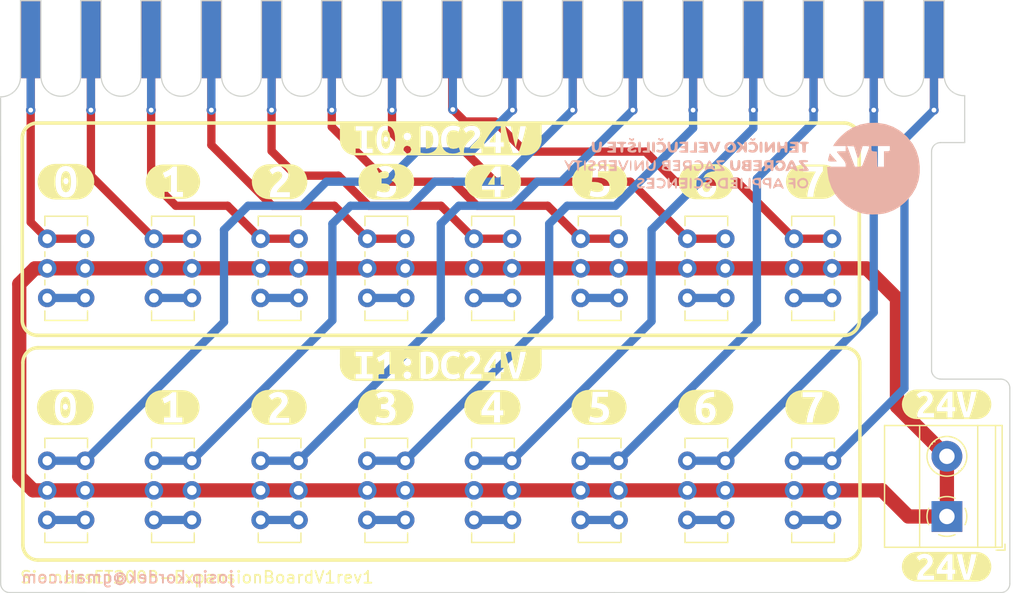
<source format=kicad_pcb>
(kicad_pcb (version 20211014) (generator pcbnew)
  (layers (0 "F.Cu" signal) (31 "B.Cu" signal) (34 "B.Paste" user) (35 "F.Paste" user) (36 "B.SilkS" user "B.Silkscreen") (37 "F.SilkS" user "F.Silkscreen") (38 "B.Mask" user) (39 "F.Mask" user) (44 "Edge.Cuts" user))
  (net 0 "")
  (net 1 "Net-(J2-Pad2)")
  (net 2 "Net-(J2-Pad3)")
  (net 3 "Net-(J2-Pad4)")
  (net 4 "Net-(J2-Pad5)")
  (net 5 "Net-(J2-Pad6)")
  (net 6 "Net-(J2-Pad7)")
  (net 7 "Net-(J2-Pad8)")
  (net 8 "Net-(J2-Pad9)")
  (net 9 "Net-(J2-Pad11)")
  (net 10 "Net-(J2-Pad12)")
  (net 11 "Net-(J2-Pad13)")
  (net 12 "Net-(J2-Pad14)")
  (net 13 "Net-(J2-Pad15)")
  (net 14 "Net-(J2-Pad16)")
  (net 15 "VCC")
  (net 16 "unconnected-(SW1-Pad3)")
  (net 17 "unconnected-(SW2-Pad3)")
  (net 18 "unconnected-(SW3-Pad3)")
  (net 19 "unconnected-(SW4-Pad3)")
  (net 20 "unconnected-(SW5-Pad3)")
  (net 21 "unconnected-(SW6-Pad3)")
  (net 22 "unconnected-(SW7-Pad3)")
  (net 23 "unconnected-(SW8-Pad3)")
  (net 24 "unconnected-(SW9-Pad3)")
  (net 25 "unconnected-(SW10-Pad3)")
  (net 26 "unconnected-(SW11-Pad3)")
  (net 27 "unconnected-(SW12-Pad3)")
  (net 28 "unconnected-(SW13-Pad3)")
  (net 29 "unconnected-(SW14-Pad3)")
  (net 30 "unconnected-(SW15-Pad3)")
  (net 31 "unconnected-(SW16-Pad3)")
  (net 32 "Net-(J2-Pad1)")
  (net 33 "Net-(J2-Pad10)")
  (footprint "Footprint:EG1271A" (layer "F.Cu") (at 135.3904 111.9632 -90)
    (fp_text reference "SW2" hide)
    (fp_text value "SW_SPDT")
    (pad "1" thru_hole circle (at -2.5 1.6 270) (size 1.562 1.562) (drill 0.8) (layers *.Cu *.Mask) (net 1 "Net-(J2-Pad2)"))
    (pad "1" thru_hole circle (at -2.5 -1.6 270) (size 1.562 1.562) (drill 0.8) (layers *.Cu *.Mask) (net 1 "Net-(J2-Pad2)"))
    (pad "2" thru_hole circle (at 0 1.6 270) (size 1.562 1.562) (drill 0.8) (layers *.Cu *.Mask) (net 15 "VCC"))
    (pad "2" thru_hole circle (at 0 -1.6 270) (size 1.562 1.562) (drill 0.8) (layers *.Cu *.Mask) (net 15 "VCC"))
    (pad "3" thru_hole circle (at 2.5 1.6 270) (size 1.562 1.562) (drill 0.8) (layers *.Cu *.Mask) (net 17 "unconnected-(SW2-Pad3)"))
    (pad "3" thru_hole circle (at 2.5 -1.6 270) (size 1.562 1.562) (drill 0.8) (layers *.Cu *.Mask) (net 17 "unconnected-(SW2-Pad3)"))
  )
  (footprint "Footprint:EG1271A" (layer "F.Cu") (at 189.3904 130.7084 -90)
    (fp_text reference "SW16" hide)
    (fp_text value "SW_SPDT")
    (pad "1" thru_hole circle (at -2.5 1.6 270) (size 1.562 1.562) (drill 0.8) (layers *.Cu *.Mask) (net 14 "Net-(J2-Pad16)"))
    (pad "1" thru_hole circle (at -2.5 -1.6 270) (size 1.562 1.562) (drill 0.8) (layers *.Cu *.Mask) (net 14 "Net-(J2-Pad16)"))
    (pad "2" thru_hole circle (at 0 -1.6 270) (size 1.562 1.562) (drill 0.8) (layers *.Cu *.Mask) (net 15 "VCC"))
    (pad "2" thru_hole circle (at 0 1.6 270) (size 1.562 1.562) (drill 0.8) (layers *.Cu *.Mask) (net 15 "VCC"))
    (pad "3" thru_hole circle (at 2.5 1.6 270) (size 1.562 1.562) (drill 0.8) (layers *.Cu *.Mask) (net 31 "unconnected-(SW16-Pad3)"))
    (pad "3" thru_hole circle (at 2.5 -1.6 270) (size 1.562 1.562) (drill 0.8) (layers *.Cu *.Mask) (net 31 "unconnected-(SW16-Pad3)"))
  )
  (footprint "Footprint:EG1271A" (layer "F.Cu") (at 144.3904 130.7084 -90)
    (fp_text reference "SW11" hide)
    (fp_text value "SW_SPDT")
    (pad "1" thru_hole circle (at -2.5 1.6 270) (size 1.562 1.562) (drill 0.8) (layers *.Cu *.Mask) (net 9 "Net-(J2-Pad11)"))
    (pad "1" thru_hole circle (at -2.5 -1.6 270) (size 1.562 1.562) (drill 0.8) (layers *.Cu *.Mask) (net 9 "Net-(J2-Pad11)"))
    (pad "2" thru_hole circle (at 0 -1.6 270) (size 1.562 1.562) (drill 0.8) (layers *.Cu *.Mask) (net 15 "VCC"))
    (pad "2" thru_hole circle (at 0 1.6 270) (size 1.562 1.562) (drill 0.8) (layers *.Cu *.Mask) (net 15 "VCC"))
    (pad "3" thru_hole circle (at 2.5 1.6 270) (size 1.562 1.562) (drill 0.8) (layers *.Cu *.Mask) (net 26 "unconnected-(SW11-Pad3)"))
    (pad "3" thru_hole circle (at 2.5 -1.6 270) (size 1.562 1.562) (drill 0.8) (layers *.Cu *.Mask) (net 26 "unconnected-(SW11-Pad3)"))
  )
  (footprint "kibuzzard-63C11C98" (layer "F.Cu") (at 153.3904 104.648)
    (fp_text reference "kibuzzard-63C11C98" hide)
    (fp_text value "G***" hide)
  )
  (footprint "kibuzzard-63C11C3D" (layer "F.Cu") (at 157.988 120.142)
    (fp_text reference "kibuzzard-63C11C3D" hide)
    (fp_text value "G***" hide)
  )
  (footprint "kibuzzard-63C11CDA" (layer "F.Cu") (at 180.34 123.698)
    (fp_text reference "kibuzzard-63C11CDA" hide)
    (fp_text value "G***" hide)
  )
  (footprint "kibuzzard-63C11CE2" (layer "F.Cu") (at 189.3904 104.648)
    (fp_text reference "kibuzzard-63C11CE2" hide)
    (fp_text value "G***" hide)
  )
  (footprint "kibuzzard-63C11CBB" (layer "F.Cu") (at 144.34 123.698)
    (fp_text reference "kibuzzard-63C11CBB" hide)
    (fp_text value "G***" hide)
  )
  (footprint "TerminalBlock_Phoenix:TerminalBlock_Phoenix_MKDS-1,5-2-5.08_1x02_P5.08mm_Horizontal" (layer "F.Cu") (at 200.685 132.915 90)
    (fp_text reference "J1" hide)
    (fp_text value "Screw_Terminal_01x02")
    (pad "1" thru_hole rect (at 0 0 90) (size 2.6 2.6) (drill 1.3) (layers *.Cu *.Mask) (net 15 "VCC"))
    (pad "2" thru_hole circle (at 5.08 0 90) (size 2.6 2.6) (drill 1.3) (layers *.Cu *.Mask) (net 15 "VCC"))
  )
  (footprint "kibuzzard-63C11CB4" (layer "F.Cu") (at 135.3904 104.648)
    (fp_text reference "kibuzzard-63C11CB4" hide)
    (fp_text value "G***" hide)
  )
  (footprint "kibuzzard-63C11CB4" (layer "F.Cu") (at 135.34 123.698)
    (fp_text reference "kibuzzard-63C11CB4" hide)
    (fp_text value "G***" hide)
  )
  (footprint "kibuzzard-63C11BDD" (layer "F.Cu") (at 157.988 101.092)
    (fp_text reference "kibuzzard-63C11BDD" hide)
    (fp_text value "G***" hide)
  )
  (footprint "kibuzzard-63C11CBB" (layer "F.Cu") (at 144.3904 104.648)
    (fp_text reference "kibuzzard-63C11CBB" hide)
    (fp_text value "G***" hide)
  )
  (footprint "Footprint:EG1271A" (layer "F.Cu") (at 162.3904 130.7084 -90)
    (fp_text reference "SW13" hide)
    (fp_text value "SW_SPDT")
    (pad "1" thru_hole circle (at -2.5 1.6 270) (size 1.562 1.562) (drill 0.8) (layers *.Cu *.Mask) (net 11 "Net-(J2-Pad13)"))
    (pad "1" thru_hole circle (at -2.5 -1.6 270) (size 1.562 1.562) (drill 0.8) (layers *.Cu *.Mask) (net 11 "Net-(J2-Pad13)"))
    (pad "2" thru_hole circle (at 0 1.6 270) (size 1.562 1.562) (drill 0.8) (layers *.Cu *.Mask) (net 15 "VCC"))
    (pad "2" thru_hole circle (at 0 -1.6 270) (size 1.562 1.562) (drill 0.8) (layers *.Cu *.Mask) (net 15 "VCC"))
    (pad "3" thru_hole circle (at 2.5 -1.6 270) (size 1.562 1.562) (drill 0.8) (layers *.Cu *.Mask) (net 28 "unconnected-(SW13-Pad3)"))
    (pad "3" thru_hole circle (at 2.5 1.6 270) (size 1.562 1.562) (drill 0.8) (layers *.Cu *.Mask) (net 28 "unconnected-(SW13-Pad3)"))
  )
  (footprint "Footprint:EG1271A" (layer "F.Cu") (at 171.3904 111.9632 -90)
    (fp_text reference "SW6" hide)
    (fp_text value "SW_SPDT")
    (pad "1" thru_hole circle (at -2.5 1.6 270) (size 1.562 1.562) (drill 0.8) (layers *.Cu *.Mask) (net 5 "Net-(J2-Pad6)"))
    (pad "1" thru_hole circle (at -2.5 -1.6 270) (size 1.562 1.562) (drill 0.8) (layers *.Cu *.Mask) (net 5 "Net-(J2-Pad6)"))
    (pad "2" thru_hole circle (at 0 1.6 270) (size 1.562 1.562) (drill 0.8) (layers *.Cu *.Mask) (net 15 "VCC"))
    (pad "2" thru_hole circle (at 0 -1.6 270) (size 1.562 1.562) (drill 0.8) (layers *.Cu *.Mask) (net 15 "VCC"))
    (pad "3" thru_hole circle (at 2.5 1.6 270) (size 1.562 1.562) (drill 0.8) (layers *.Cu *.Mask) (net 21 "unconnected-(SW6-Pad3)"))
    (pad "3" thru_hole circle (at 2.5 -1.6 270) (size 1.562 1.562) (drill 0.8) (layers *.Cu *.Mask) (net 21 "unconnected-(SW6-Pad3)"))
  )
  (footprint "kibuzzard-63C11C98" (layer "F.Cu") (at 153.34 123.698)
    (fp_text reference "kibuzzard-63C11C98" hide)
    (fp_text value "G***" hide)
  )
  (footprint "kibuzzard-63C11CC1" (layer "F.Cu") (at 162.34 123.698)
    (fp_text reference "kibuzzard-63C11CC1" hide)
    (fp_text value "G***" hide)
  )
  (footprint "kibuzzard-63C11CC9" (layer "F.Cu") (at 171.3904 104.648)
    (fp_text reference "kibuzzard-63C11CC9" hide)
    (fp_text value "G***" hide)
  )
  (footprint "Footprint:EG1271A" (layer "F.Cu") (at 135.3904 130.7084 -90)
    (fp_text reference "SW10" hide)
    (fp_text value "SW_SPDT")
    (pad "1" thru_hole circle (at -2.5 1.6 270) (size 1.562 1.562) (drill 0.8) (layers *.Cu *.Mask) (net 33 "Net-(J2-Pad10)"))
    (pad "1" thru_hole circle (at -2.5 -1.6 270) (size 1.562 1.562) (drill 0.8) (layers *.Cu *.Mask) (net 33 "Net-(J2-Pad10)"))
    (pad "2" thru_hole circle (at 0 -1.6 270) (size 1.562 1.562) (drill 0.8) (layers *.Cu *.Mask) (net 15 "VCC"))
    (pad "2" thru_hole circle (at 0 1.6 270) (size 1.562 1.562) (drill 0.8) (layers *.Cu *.Mask) (net 15 "VCC"))
    (pad "3" thru_hole circle (at 2.5 1.6 270) (size 1.562 1.562) (drill 0.8) (layers *.Cu *.Mask) (net 25 "unconnected-(SW10-Pad3)"))
    (pad "3" thru_hole circle (at 2.5 -1.6 270) (size 1.562 1.562) (drill 0.8) (layers *.Cu *.Mask) (net 25 "unconnected-(SW10-Pad3)"))
  )
  (footprint "Footprint:EG1271A" (layer "F.Cu") (at 180.3904 130.7084 -90)
    (fp_text reference "SW15" hide)
    (fp_text value "SW_SPDT")
    (pad "1" thru_hole circle (at -2.5 -1.6 270) (size 1.562 1.562) (drill 0.8) (layers *.Cu *.Mask) (net 13 "Net-(J2-Pad15)"))
    (pad "1" thru_hole circle (at -2.5 1.6 270) (size 1.562 1.562) (drill 0.8) (layers *.Cu *.Mask) (net 13 "Net-(J2-Pad15)"))
    (pad "2" thru_hole circle (at 0 1.6 270) (size 1.562 1.562) (drill 0.8) (layers *.Cu *.Mask) (net 15 "VCC"))
    (pad "2" thru_hole circle (at 0 -1.6 270) (size 1.562 1.562) (drill 0.8) (layers *.Cu *.Mask) (net 15 "VCC"))
    (pad "3" thru_hole circle (at 2.5 -1.6 270) (size 1.562 1.562) (drill 0.8) (layers *.Cu *.Mask) (net 30 "unconnected-(SW15-Pad3)"))
    (pad "3" thru_hole circle (at 2.5 1.6 270) (size 1.562 1.562) (drill 0.8) (layers *.Cu *.Mask) (net 30 "unconnected-(SW15-Pad3)"))
  )
  (footprint "kibuzzard-63C11CE2" (layer "F.Cu") (at 189.34 123.698)
    (fp_text reference "kibuzzard-63C11CE2" hide)
    (fp_text value "G***" hide)
  )
  (footprint "Footprint:EG1271A" (layer "F.Cu") (at 153.3904 130.7084 -90)
    (fp_text reference "SW12" hide)
    (fp_text value "SW_SPDT")
    (pad "1" thru_hole circle (at -2.5 -1.6 270) (size 1.562 1.562) (drill 0.8) (layers *.Cu *.Mask) (net 10 "Net-(J2-Pad12)"))
    (pad "1" thru_hole circle (at -2.5 1.6 270) (size 1.562 1.562) (drill 0.8) (layers *.Cu *.Mask) (net 10 "Net-(J2-Pad12)"))
    (pad "2" thru_hole circle (at 0 -1.6 270) (size 1.562 1.562) (drill 0.8) (layers *.Cu *.Mask) (net 15 "VCC"))
    (pad "2" thru_hole circle (at 0 1.6 270) (size 1.562 1.562) (drill 0.8) (layers *.Cu *.Mask) (net 15 "VCC"))
    (pad "3" thru_hole circle (at 2.5 1.6 270) (size 1.562 1.562) (drill 0.8) (layers *.Cu *.Mask) (net 27 "unconnected-(SW12-Pad3)"))
    (pad "3" thru_hole circle (at 2.5 -1.6 270) (size 1.562 1.562) (drill 0.8) (layers *.Cu *.Mask) (net 27 "unconnected-(SW12-Pad3)"))
  )
  (footprint "kibuzzard-63C10C4F" (layer "F.Cu") (at 200.66 137.16)
    (fp_text reference "kibuzzard-63C10C4F" hide)
    (fp_text value "G***" hide)
  )
  (footprint "Footprint:Konektor" (layer "F.Cu") (at 161.4932 92.6592)
    (fp_text reference "J2" hide)
    (fp_text value "Conn_01x16")
    (pad "1" smd rect (at -38.1 0 180) (size 1.6 6.5) (layers "B.Cu" "B.Paste" "B.Mask") (net 32 "Net-(J2-Pad1)"))
    (pad "1" smd rect (at -38.1 0) (size 1.6 6.5) (layers "F.Cu" "F.Paste" "F.Mask") (net 32 "Net-(J2-Pad1)"))
    (pad "2" smd rect (at -33.02 0) (size 1.6 6.5) (layers "F.Cu" "F.Paste" "F.Mask") (net 1 "Net-(J2-Pad2)"))
    (pad "2" smd rect (at -33.02 0 180) (size 1.6 6.5) (layers "B.Cu" "B.Paste" "B.Mask") (net 1 "Net-(J2-Pad2)"))
    (pad "3" smd rect (at -27.94 0 180) (size 1.6 6.5) (layers "B.Cu" "B.Paste" "B.Mask") (net 2 "Net-(J2-Pad3)"))
    (pad "3" smd rect (at -27.94 0) (size 1.6 6.5) (layers "F.Cu" "F.Paste" "F.Mask") (net 2 "Net-(J2-Pad3)"))
    (pad "4" smd rect (at -22.86 0) (size 1.6 6.5) (layers "F.Cu" "F.Paste" "F.Mask") (net 3 "Net-(J2-Pad4)"))
    (pad "4" smd rect (at -22.86 0 180) (size 1.6 6.5) (layers "B.Cu" "B.Paste" "B.Mask") (net 3 "Net-(J2-Pad4)"))
    (pad "5" smd rect (at -17.78 0) (size 1.6 6.5) (layers "F.Cu" "F.Paste" "F.Mask") (net 4 "Net-(J2-Pad5)"))
    (pad "5" smd rect (at -17.78 0 180) (size 1.6 6.5) (layers "B.Cu" "B.Paste" "B.Mask") (net 4 "Net-(J2-Pad5)"))
    (pad "6" smd rect (at -12.7 0 180) (size 1.6 6.5) (layers "B.Cu" "B.Paste" "B.Mask") (net 5 "Net-(J2-Pad6)"))
    (pad "6" smd rect (at -12.7 0) (size 1.6 6.5) (layers "F.Cu" "F.Paste" "F.Mask") (net 5 "Net-(J2-Pad6)"))
    (pad "7" smd rect (at -7.62 0 180) (size 1.6 6.5) (layers "B.Cu" "B.Paste" "B.Mask") (net 6 "Net-(J2-Pad7)"))
    (pad "7" smd rect (at -7.62 0) (size 1.6 6.5) (layers "F.Cu" "F.Paste" "F.Mask") (net 6 "Net-(J2-Pad7)"))
    (pad "8" smd rect (at -2.54 0) (size 1.6 6.5) (layers "F.Cu" "F.Paste" "F.Mask") (net 7 "Net-(J2-Pad8)"))
    (pad "8" smd rect (at -2.54 0 180) (size 1.6 6.5) (layers "B.Cu" "B.Paste" "B.Mask") (net 7 "Net-(J2-Pad8)"))
    (pad "9" smd rect (at 2.54 0) (size 1.6 6.5) (layers "F.Cu" "F.Paste" "F.Mask") (net 8 "Net-(J2-Pad9)"))
    (pad "9" smd rect (at 2.54 0 180) (size 1.6 6.5) (layers "B.Cu" "B.Paste" "B.Mask") (net 8 "Net-(J2-Pad9)"))
    (pad "10" smd rect (at 7.62 0) (size 1.6 6.5) (layers "F.Cu" "F.Paste" "F.Mask") (net 33 "Net-(J2-Pad10)"))
    (pad "10" smd rect (at 7.62 0 180) (size 1.6 6.5) (layers "B.Cu" "B.Paste" "B.Mask") (net 33 "Net-(J2-Pad10)"))
    (pad "11" smd rect (at 12.7 0) (size 1.6 6.5) (layers "F.Cu" "F.Paste" "F.Mask") (net 9 "Net-(J2-Pad11)"))
    (pad "11" smd rect (at 12.7 0 180) (size 1.6 6.5) (layers "B.Cu" "B.Paste" "B.Mask") (net 9 "Net-(J2-Pad11)"))
    (pad "12" smd rect (at 17.78 0 180) (size 1.6 6.5) (layers "B.Cu" "B.Paste" "B.Mask") (net 10 "Net-(J2-Pad12)"))
    (pad "12" smd rect (at 17.78 0) (size 1.6 6.5) (layers "F.Cu" "F.Paste" "F.Mask") (net 10 "Net-(J2-Pad12)"))
    (pad "13" smd rect (at 22.86 0) (size 1.6 6.5) (layers "F.Cu" "F.Paste" "F.Mask") (net 11 "Net-(J2-Pad13)"))
    (pad "13" smd rect (at 22.86 0 180) (size 1.6 6.5) (layers "B.Cu" "B.Paste" "B.Mask") (net 11 "Net-(J2-Pad13)"))
    (pad "14" smd rect (at 27.94 0) (size 1.6 6.5) (layers "F.Cu" "F.Paste" "F.Mask") (net 12 "Net-(J2-Pad14)"))
    (pad "14" smd rect (at 27.94 0 180) (size 1.6 6.5) (layers "B.Cu" "B.Paste" "B.Mask") (net 12 "Net-(J2-Pad14)"))
    (pad "15" smd rect (at 33.02 0) (size 1.6 6.5) (layers "F.Cu" "F.Paste" "F.Mask") (net 13 "Net-(J2-Pad15)"))
    (pad "15" smd rect (at 33.02 0 180) (size 1.6 6.5) (layers "B.Cu" "B.Paste" "B.Mask") (net 13 "Net-(J2-Pad15)"))
    (pad "16" smd rect (at 38.1 0) (size 1.6 6.5) (layers "F.Cu" "F.Paste" "F.Mask") (net 14 "Net-(J2-Pad16)"))
    (pad "16" smd rect (at 38.1 0 180) (size 1.6 6.5) (layers "B.Cu" "B.Paste" "B.Mask") (net 14 "Net-(J2-Pad16)"))
  )
  (footprint "kibuzzard-63C10C4F" (layer "F.Cu") (at 200.66 123.444)
    (fp_text reference "kibuzzard-63C10C4F" hide)
    (fp_text value "G***" hide)
  )
  (footprint "Footprint:EG1271A" (layer "F.Cu") (at 126.3876 111.9632 -90)
    (fp_text reference "SW1" hide)
    (fp_text value "SW_SPDT")
    (pad "1" thru_hole circle (at -2.5 1.6 270) (size 1.562 1.562) (drill 0.8) (layers *.Cu *.Mask) (net 32 "Net-(J2-Pad1)"))
    (pad "1" thru_hole circle (at -2.5 -1.6 270) (size 1.562 1.562) (drill 0.8) (layers *.Cu *.Mask) (net 32 "Net-(J2-Pad1)"))
    (pad "2" thru_hole circle (at 0 -1.6 270) (size 1.562 1.562) (drill 0.8) (layers *.Cu *.Mask) (net 15 "VCC"))
    (pad "2" thru_hole circle (at 0 1.6 270) (size 1.562 1.562) (drill 0.8) (layers *.Cu *.Mask) (net 15 "VCC"))
    (pad "3" thru_hole circle (at 2.5 1.6 270) (size 1.562 1.562) (drill 0.8) (layers *.Cu *.Mask) (net 16 "unconnected-(SW1-Pad3)"))
    (pad "3" thru_hole circle (at 2.5 -1.6 270) (size 1.562 1.562) (drill 0.8) (layers *.Cu *.Mask) (net 16 "unconnected-(SW1-Pad3)"))
  )
  (footprint "Footprint:EG1271A" (layer "F.Cu") (at 189.3904 111.9632 -90)
    (fp_text reference "SW8" hide)
    (fp_text value "SW_SPDT")
    (pad "1" thru_hole circle (at -2.5 1.6 270) (size 1.562 1.562) (drill 0.8) (layers *.Cu *.Mask) (net 7 "Net-(J2-Pad8)"))
    (pad "1" thru_hole circle (at -2.5 -1.6 270) (size 1.562 1.562) (drill 0.8) (layers *.Cu *.Mask) (net 7 "Net-(J2-Pad8)"))
    (pad "2" thru_hole circle (at 0 -1.6 270) (size 1.562 1.562) (drill 0.8) (layers *.Cu *.Mask) (net 15 "VCC"))
    (pad "2" thru_hole circle (at 0 1.6 270) (size 1.562 1.562) (drill 0.8) (layers *.Cu *.Mask) (net 15 "VCC"))
    (pad "3" thru_hole circle (at 2.5 1.6 270) (size 1.562 1.562) (drill 0.8) (layers *.Cu *.Mask) (net 23 "unconnected-(SW8-Pad3)"))
    (pad "3" thru_hole circle (at 2.5 -1.6 270) (size 1.562 1.562) (drill 0.8) (layers *.Cu *.Mask) (net 23 "unconnected-(SW8-Pad3)"))
  )
  (footprint "kibuzzard-63C11C89" (layer "F.Cu") (at 126.3146 123.698)
    (fp_text reference "kibuzzard-63C11C89" hide)
    (fp_text value "G***" hide)
  )
  (footprint "Footprint:EG1271A" (layer "F.Cu") (at 171.3904 130.7084 -90)
    (fp_text reference "SW14" hide)
    (fp_text value "SW_SPDT")
    (pad "1" thru_hole circle (at -2.5 -1.6 270) (size 1.562 1.562) (drill 0.8) (layers *.Cu *.Mask) (net 12 "Net-(J2-Pad14)"))
    (pad "1" thru_hole circle (at -2.5 1.6 270) (size 1.562 1.562) (drill 0.8) (layers *.Cu *.Mask) (net 12 "Net-(J2-Pad14)"))
    (pad "2" thru_hole circle (at 0 1.6 270) (size 1.562 1.562) (drill 0.8) (layers *.Cu *.Mask) (net 15 "VCC"))
    (pad "2" thru_hole circle (at 0 -1.6 270) (size 1.562 1.562) (drill 0.8) (layers *.Cu *.Mask) (net 15 "VCC"))
    (pad "3" thru_hole circle (at 2.5 -1.6 270) (size 1.562 1.562) (drill 0.8) (layers *.Cu *.Mask) (net 29 "unconnected-(SW14-Pad3)"))
    (pad "3" thru_hole circle (at 2.5 1.6 270) (size 1.562 1.562) (drill 0.8) (layers *.Cu *.Mask) (net 29 "unconnected-(SW14-Pad3)"))
  )
  (footprint "kibuzzard-63C11C89" (layer "F.Cu") (at 126.365 104.648)
    (fp_text reference "kibuzzard-63C11C89" hide)
    (fp_text value "G***" hide)
  )
  (footprint "kibuzzard-63C11CDA" (layer "F.Cu") (at 180.3904 104.648)
    (fp_text reference "kibuzzard-63C11CDA" hide)
    (fp_text value "G***" hide)
  )
  (footprint "Footprint:EG1271A" (layer "F.Cu") (at 153.3904 111.9632 -90)
    (fp_text reference "SW4" hide)
    (fp_text value "SW_SPDT")
    (pad "1" thru_hole circle (at -2.5 -1.6 270) (size 1.562 1.562) (drill 0.8) (layers *.Cu *.Mask) (net 3 "Net-(J2-Pad4)"))
    (pad "1" thru_hole circle (at -2.5 1.6 270) (size 1.562 1.562) (drill 0.8) (layers *.Cu *.Mask) (net 3 "Net-(J2-Pad4)"))
    (pad "2" thru_hole circle (at 0 1.6 270) (size 1.562 1.562) (drill 0.8) (layers *.Cu *.Mask) (net 15 "VCC"))
    (pad "2" thru_hole circle (at 0 -1.6 270) (size 1.562 1.562) (drill 0.8) (layers *.Cu *.Mask) (net 15 "VCC"))
    (pad "3" thru_hole circle (at 2.5 1.6 270) (size 1.562 1.562) (drill 0.8) (layers *.Cu *.Mask) (net 19 "unconnected-(SW4-Pad3)"))
    (pad "3" thru_hole circle (at 2.5 -1.6 270) (size 1.562 1.562) (drill 0.8) (layers *.Cu *.Mask) (net 19 "unconnected-(SW4-Pad3)"))
  )
  (footprint "kibuzzard-63C11CC1" (layer "F.Cu") (at 162.3904 104.648)
    (fp_text reference "kibuzzard-63C11CC1" hide)
    (fp_text value "G***" hide)
  )
  (footprint "Footprint:EG1271A" (layer "F.Cu") (at 162.3904 111.9632 -90)
    (fp_text reference "SW5" hide)
    (fp_text value "SW_SPDT")
    (pad "1" thru_hole circle (at -2.5 1.6 270) (size 1.562 1.562) (drill 0.8) (layers *.Cu *.Mask) (net 4 "Net-(J2-Pad5)"))
    (pad "1" thru_hole circle (at -2.5 -1.6 270) (size 1.562 1.562) (drill 0.8) (layers *.Cu *.Mask) (net 4 "Net-(J2-Pad5)"))
    (pad "2" thru_hole circle (at 0 -1.6 270) (size 1.562 1.562) (drill 0.8) (layers *.Cu *.Mask) (net 15 "VCC"))
    (pad "2" thru_hole circle (at 0 1.6 270) (size 1.562 1.562) (drill 0.8) (layers *.Cu *.Mask) (net 15 "VCC"))
    (pad "3" thru_hole circle (at 2.5 -1.6 270) (size 1.562 1.562) (drill 0.8) (layers *.Cu *.Mask) (net 20 "unconnected-(SW5-Pad3)"))
    (pad "3" thru_hole circle (at 2.5 1.6 270) (size 1.562 1.562) (drill 0.8) (layers *.Cu *.Mask) (net 20 "unconnected-(SW5-Pad3)"))
  )
  (footprint "Footprint:EG1271A" (layer "F.Cu") (at 144.3904 111.9632 -90)
    (fp_text reference "SW3" hide)
    (fp_text value "SW_SPDT")
    (pad "1" thru_hole circle (at -2.5 -1.6 270) (size 1.562 1.562) (drill 0.8) (layers *.Cu *.Mask) (net 2 "Net-(J2-Pad3)"))
    (pad "1" thru_hole circle (at -2.5 1.6 270) (size 1.562 1.562) (drill 0.8) (layers *.Cu *.Mask) (net 2 "Net-(J2-Pad3)"))
    (pad "2" thru_hole circle (at 0 -1.6 270) (size 1.562 1.562) (drill 0.8) (layers *.Cu *.Mask) (net 15 "VCC"))
    (pad "2" thru_hole circle (at 0 1.6 270) (size 1.562 1.562) (drill 0.8) (layers *.Cu *.Mask) (net 15 "VCC"))
    (pad "3" thru_hole circle (at 2.5 -1.6 270) (size 1.562 1.562) (drill 0.8) (layers *.Cu *.Mask) (net 18 "unconnected-(SW3-Pad3)"))
    (pad "3" thru_hole circle (at 2.5 1.6 270) (size 1.562 1.562) (drill 0.8) (layers *.Cu *.Mask) (net 18 "unconnected-(SW3-Pad3)"))
  )
  (footprint "Footprint:EG1271A" (layer "F.Cu") (at 126.3876 130.7084 -90)
    (fp_text reference "SW9" hide)
    (fp_text value "SW_SPDT")
    (pad "1" thru_hole circle (at -2.5 1.6 270) (size 1.562 1.562) (drill 0.8) (layers *.Cu *.Mask) (net 8 "Net-(J2-Pad9)"))
    (pad "1" thru_hole circle (at -2.5 -1.6 270) (size 1.562 1.562) (drill 0.8) (layers *.Cu *.Mask) (net 8 "Net-(J2-Pad9)"))
    (pad "2" thru_hole circle (at 0 1.6 270) (size 1.562 1.562) (drill 0.8) (layers *.Cu *.Mask) (net 15 "VCC"))
    (pad "2" thru_hole circle (at 0 -1.6 270) (size 1.562 1.562) (drill 0.8) (layers *.Cu *.Mask) (net 15 "VCC"))
    (pad "3" thru_hole circle (at 2.5 1.6 270) (size 1.562 1.562) (drill 0.8) (layers *.Cu *.Mask) (net 24 "unconnected-(SW9-Pad3)"))
    (pad "3" thru_hole circle (at 2.5 -1.6 270) (size 1.562 1.562) (drill 0.8) (layers *.Cu *.Mask) (net 24 "unconnected-(SW9-Pad3)"))
  )
  (footprint "Footprint:EG1271A" (layer "F.Cu") (at 180.3904 111.9632 -90)
    (fp_text reference "SW7" hide)
    (fp_text value "SW_SPDT")
    (pad "1" thru_hole circle (at -2.5 -1.6 270) (size 1.562 1.562) (drill 0.8) (layers *.Cu *.Mask) (net 6 "Net-(J2-Pad7)"))
    (pad "1" thru_hole circle (at -2.5 1.6 270) (size 1.562 1.562) (drill 0.8) (layers *.Cu *.Mask) (net 6 "Net-(J2-Pad7)"))
    (pad "2" thru_hole circle (at 0 1.6 270) (size 1.562 1.562) (drill 0.8) (layers *.Cu *.Mask) (net 15 "VCC"))
    (pad "2" thru_hole circle (at 0 -1.6 270) (size 1.562 1.562) (drill 0.8) (layers *.Cu *.Mask) (net 15 "VCC"))
    (pad "3" thru_hole circle (at 2.5 1.6 270) (size 1.562 1.562) (drill 0.8) (layers *.Cu *.Mask) (net 22 "unconnected-(SW7-Pad3)"))
    (pad "3" thru_hole circle (at 2.5 -1.6 270) (size 1.562 1.562) (drill 0.8) (layers *.Cu *.Mask) (net 22 "unconnected-(SW7-Pad3)"))
  )
  (footprint "kibuzzard-63C11CC9" (layer "F.Cu") (at 171.34 123.698)
    (fp_text reference "kibuzzard-63C11CC9" hide)
    (fp_text value "G***" hide)
  )
  (footprint "Footprint:tvz2" (layer "B.Cu") (at 183.388 103.505 180)
    (fp_text reference "G***" hide)
    (fp_text value "LOGO" hide)
  )
  (gr_line (start 192.091174 136.592174) (end 124.0028 136.592174) (layer "F.SilkS") (width 0.3))
  (gr_poly (pts (xy 166.497 120.142) (xy 165.1 118.745) (xy 166.497 118.618)) (layer "F.SilkS") (width 0) (fill solid))
  (gr_arc (start 193.361174 135.322174) (mid 192.9892 136.2202) (end 192.091174 136.592174) (layer "F.SilkS") (width 0.3))
  (gr_line (start 193.284974 100.965) (end 193.310374 116.348374) (layer "F.SilkS") (width 0.3))
  (gr_poly (pts (xy 149.479 101.092) (xy 149.479 99.695) (xy 150.495 99.695)) (layer "F.SilkS") (width 0) (fill solid))
  (gr_poly (pts (xy 149.479 120.142) (xy 149.479 118.745) (xy 150.749 118.745)) (layer "F.SilkS") (width 0) (fill solid))
  (gr_arc (start 123.952 117.618374) (mid 123.053974 117.2464) (end 122.682 116.348374) (layer "F.SilkS") (width 0.3))
  (gr_line (start 124.0028 118.6688) (end 192.065774 118.6688) (layer "F.SilkS") (width 0.3))
  (gr_arc (start 124.0028 136.592174) (mid 123.104774 136.2202) (end 122.7328 135.322174) (layer "F.SilkS") (width 0.3))
  (gr_line (start 192.040374 117.618374) (end 123.952 117.618374) (layer "F.SilkS") (width 0.3))
  (gr_arc (start 193.310374 116.348374) (mid 192.9384 117.2464) (end 192.040374 117.618374) (layer "F.SilkS") (width 0.3))
  (gr_arc (start 192.014974 99.695) (mid 192.913 100.066974) (end 193.284974 100.965) (layer "F.SilkS") (width 0.3))
  (gr_arc (start 122.682 100.965) (mid 123.053974 100.066974) (end 123.952 99.695) (layer "F.SilkS") (width 0.3))
  (gr_arc (start 122.7328 119.9388) (mid 123.104774 119.040774) (end 124.0028 118.6688) (layer "F.SilkS") (width 0.3))
  (gr_line (start 123.952 99.695) (end 192.014974 99.695) (layer "F.SilkS") (width 0.3))
  (gr_poly (pts (xy 166.497 101.092) (xy 165.354 99.695) (xy 166.497 99.695)) (layer "F.SilkS") (width 0) (fill solid))
  (gr_arc (start 192.065774 118.6688) (mid 192.9638 119.040774) (end 193.335774 119.9388) (layer "F.SilkS") (width 0.3))
  (gr_line (start 193.335774 119.9388) (end 193.361174 135.322174) (layer "F.SilkS") (width 0.3))
  (gr_line (start 122.682 116.348374) (end 122.682 100.965) (layer "F.SilkS") (width 0.3))
  (gr_line (start 122.7328 135.322174) (end 122.7328 119.9388) (layer "F.SilkS") (width 0.3))
  (gr_line (start 180.1368 95.758) (end 180.1368 89.3572) (layer "Edge.Cuts") (width 0.1))
  (gr_line (start 178.4096 89.3572) (end 180.1368 89.3572) (layer "Edge.Cuts") (width 0.1))
  (gr_line (start 190.2968 95.758) (end 190.2968 89.3572) (layer "Edge.Cuts") (width 0.1))
  (gr_line (start 129.3368 95.758) (end 129.3368 89.3572) (layer "Edge.Cuts") (width 0.1))
  (gr_arc (start 173.330368 95.7072) (mid 171.679372 97.434976) (end 169.9768 95.758) (layer "Edge.Cuts") (width 0.1))
  (gr_line (start 153.0096 89.3572) (end 154.7368 89.3572) (layer "Edge.Cuts") (width 0.1))
  (gr_line (start 163.1696 89.3572) (end 164.8968 89.3572) (layer "Edge.Cuts") (width 0.1))
  (gr_line (start 198.730368 95.7072) (end 198.7296 89.3572) (layer "Edge.Cuts") (width 0.1))
  (gr_line (start 132.690368 95.7072) (end 132.6896 89.3572) (layer "Edge.Cuts") (width 0.1))
  (gr_arc (start 205.994 138.5824) (mid 205.770814 139.12121) (end 205.232 139.3444) (layer "Edge.Cuts") (width 0.1))
  (gr_line (start 154.7368 95.758) (end 154.7368 89.3572) (layer "Edge.Cuts") (width 0.1))
  (gr_line (start 163.170368 95.7072) (end 163.1696 89.3572) (layer "Edge.Cuts") (width 0.1))
  (gr_line (start 159.8168 95.758) (end 159.8168 89.3572) (layer "Edge.Cuts") (width 0.1))
  (gr_line (start 205.232 121.315815) (end 200.152 121.315815) (layer "Edge.Cuts") (width 0.1))
  (gr_line (start 149.6568 95.758) (end 149.6568 89.3572) (layer "Edge.Cuts") (width 0.1))
  (gr_line (start 193.650368 95.7072) (end 193.6496 89.3572) (layer "Edge.Cuts") (width 0.1))
  (gr_line (start 122.5296 95.758) (end 122.5296 89.3572) (layer "Edge.Cuts") (width 0.1))
  (gr_arc (start 153.010368 95.7072) (mid 151.359372 97.434976) (end 149.6568 95.758) (layer "Edge.Cuts") (width 0.1))
  (gr_arc (start 127.610368 95.7072) (mid 125.959372 97.434976) (end 124.2568 95.758) (layer "Edge.Cuts") (width 0.1))
  (gr_line (start 188.5696 89.3572) (end 190.2968 89.3572) (layer "Edge.Cuts") (width 0.1))
  (gr_line (start 127.6096 89.3572) (end 129.3368 89.3572) (layer "Edge.Cuts") (width 0.1))
  (gr_arc (start 137.770368 95.7072) (mid 136.119372 97.434976) (end 134.4168 95.758) (layer "Edge.Cuts") (width 0.1))
  (gr_arc (start 168.250368 95.7072) (mid 166.599372 97.434976) (end 164.8968 95.758) (layer "Edge.Cuts") (width 0.1))
  (gr_line (start 183.4896 89.3572) (end 185.2168 89.3572) (layer "Edge.Cuts") (width 0.1))
  (gr_arc (start 202.184768 97.383599) (mid 200.96613 96.910964) (end 200.4568 95.7072) (layer "Edge.Cuts") (width 0.1))
  (gr_arc (start 132.690368 95.7072) (mid 131.039372 97.434976) (end 129.3368 95.758) (layer "Edge.Cuts") (width 0.1))
  (gr_line (start 127.610368 95.7072) (end 127.6096 89.3572) (layer "Edge.Cuts") (width 0.1))
  (gr_line (start 122.5296 89.3572) (end 124.2568 89.3572) (layer "Edge.Cuts") (width 0.1))
  (gr_line (start 142.8496 89.3572) (end 144.5768 89.3572) (layer "Edge.Cuts") (width 0.1))
  (gr_line (start 168.2496 89.3572) (end 169.9768 89.3572) (layer "Edge.Cuts") (width 0.1))
  (gr_arc (start 147.930368 95.7072) (mid 146.279372 97.434976) (end 144.5768 95.758) (layer "Edge.Cuts") (width 0.1))
  (gr_line (start 124.2568 95.758) (end 124.2568 89.3572) (layer "Edge.Cuts") (width 0.1))
  (gr_line (start 144.5768 95.758) (end 144.5768 89.3572) (layer "Edge.Cuts") (width 0.1))
  (gr_line (start 168.250368 95.7072) (end 168.2496 89.3572) (layer "Edge.Cuts") (width 0.1))
  (gr_arc (start 163.170368 95.7072) (mid 161.519372 97.434976) (end 159.8168 95.758) (layer "Edge.Cuts") (width 0.1))
  (gr_line (start 202.184384 101.346) (end 200.152 101.346) (layer "Edge.Cuts") (width 0.1))
  (gr_line (start 202.184768 97.383599) (end 202.184384 101.346) (layer "Edge.Cuts") (width 0.1))
  (gr_line (start 200.4568 95.7072) (end 200.4568 89.3572) (layer "Edge.Cuts") (width 0.1))
  (gr_line (start 142.850368 95.7072) (end 142.8496 89.3572) (layer "Edge.Cuts") (width 0.1))
  (gr_arc (start 193.650368 95.7072) (mid 191.999372 97.434976) (end 190.2968 95.758) (layer "Edge.Cuts") (width 0.1))
  (gr_arc (start 178.410368 95.7072) (mid 176.759372 97.434976) (end 175.0568 95.758) (layer "Edge.Cuts") (width 0.1))
  (gr_line (start 153.010368 95.7072) (end 153.0096 89.3572) (layer "Edge.Cuts") (width 0.1))
  (gr_line (start 164.8968 95.758) (end 164.8968 89.3572) (layer "Edge.Cuts") (width 0.1))
  (gr_line (start 173.3296 89.3572) (end 175.0568 89.3572) (layer "Edge.Cuts") (width 0.1))
  (gr_line (start 137.770368 95.7072) (end 137.7696 89.3572) (layer "Edge.Cuts") (width 0.1))
  (gr_line (start 183.490368 95.7072) (end 183.4896 89.3572) (layer "Edge.Cuts") (width 0.1))
  (gr_line (start 132.6896 89.3572) (end 134.4168 89.3572) (layer "Edge.Cuts") (width 0.1))
  (gr_arc (start 199.39 102.108) (mid 199.613185 101.569185) (end 200.152 101.346) (layer "Edge.Cuts") (width 0.1))
  (gr_line (start 147.9296 89.3572) (end 149.6568 89.3572) (layer "Edge.Cuts") (width 0.1))
  (gr_line (start 173.330368 95.7072) (end 173.3296 89.3572) (layer "Edge.Cuts") (width 0.1))
  (gr_arc (start 198.730368 95.7072) (mid 197.079372 97.434976) (end 195.3768 95.758) (layer "Edge.Cuts") (width 0.1))
  (gr_line (start 205.994 122.077815) (end 205.994 138.5824) (layer "Edge.Cuts") (width 0.1))
  (gr_line (start 198.7296 89.3572) (end 200.4568 89.3572) (layer "Edge.Cuts") (width 0.1))
  (gr_line (start 120.853201 97.485968) (end 120.85861 138.576986) (layer "Edge.Cuts") (width 0.1))
  (gr_line (start 188.570368 95.7072) (end 188.5696 89.3572) (layer "Edge.Cuts") (width 0.1))
  (gr_line (start 147.930368 95.7072) (end 147.9296 89.3572) (layer "Edge.Cuts") (width 0.1))
  (gr_arc (start 200.152 121.315815) (mid 199.653517 121.117362) (end 199.39 120.65) (layer "Edge.Cuts") (width 0.1))
  (gr_line (start 139.4968 95.758) (end 139.4968 89.3572) (layer "Edge.Cuts") (width 0.1))
  (gr_arc (start 205.232 121.315815) (mid 205.770815 121.539) (end 205.994 122.077815) (layer "Edge.Cuts") (width 0.1))
  (gr_arc (start 122.5296 95.758) (mid 122.056965 96.976638) (end 120.853201 97.485968) (layer "Edge.Cuts") (width 0.1))
  (gr_arc (start 183.490368 95.7072) (mid 181.839372 97.434976) (end 180.1368 95.758) (layer "Edge.Cuts") (width 0.1))
  (gr_line (start 195.3768 95.758) (end 195.3768 89.3572) (layer "Edge.Cuts") (width 0.1))
  (gr_arc (start 121.62061 139.338986) (mid 121.0818 139.1158) (end 120.85861 138.576986) (layer "Edge.Cuts") (width 0.1))
  (gr_line (start 185.2168 95.758) (end 185.2168 89.3572) (layer "Edge.Cuts") (width 0.1))
  (gr_line (start 134.4168 95.758) (end 134.4168 89.3572) (layer "Edge.Cuts") (width 0.1))
  (gr_line (start 137.7696 89.3572) (end 139.4968 89.3572) (layer "Edge.Cuts") (width 0.1))
  (gr_line (start 175.0568 95.758) (end 175.0568 89.3572) (layer "Edge.Cuts") (width 0.1))
  (gr_line (start 205.232 139.3444) (end 121.62061 139.338986) (layer "Edge.Cuts") (width 0.1))
  (gr_line (start 193.6496 89.3572) (end 195.3768 89.3572) (layer "Edge.Cuts") (width 0.1))
  (gr_arc (start 158.090368 95.7072) (mid 156.439372 97.434976) (end 154.7368 95.758) (layer "Edge.Cuts") (width 0.1))
  (gr_line (start 158.0896 89.3572) (end 159.8168 89.3572) (layer "Edge.Cuts") (width 0.1))
  (gr_arc (start 142.850368 95.7072) (mid 141.199372 97.434976) (end 139.4968 95.758) (layer "Edge.Cuts") (width 0.1))
  (gr_arc (start 188.570368 95.7072) (mid 186.919372 97.434976) (end 185.2168 95.758) (layer "Edge.Cuts") (width 0.1))
  (gr_line (start 158.090368 95.7072) (end 158.0896 89.3572) (layer "Edge.Cuts") (width 0.1))
  (gr_line (start 169.9768 95.758) (end 169.9768 89.3572) (layer "Edge.Cuts") (width 0.1))
  (gr_line (start 178.410368 95.7072) (end 178.4096 89.3572) (layer "Edge.Cuts") (width 0.1))
  (gr_line (start 199.39 102.108) (end 199.39 120.65) (layer "Edge.Cuts") (width 0.1))
  (gr_text "josip.kordek@gmail.com" (at 131.572 138.049) (layer "B.SilkS") (effects (font (size 1 1)) (justify mirror)))
  (gr_text "SiemensET200B-ExpansionBoardV1rev1" (at 137.414 138.049) (layer "F.SilkS") (effects (font (size 1 1))))
  (segment (start 128.4732 104.146) (end 133.7904 109.4632) (width 0.7) (layer "F.Cu") (net 1))
  (segment (start 128.4732 92.6592) (end 128.4732 98.6028) (width 0.7) (layer "F.Cu") (net 1))
  (segment (start 133.7904 109.4632) (end 136.9904 109.4632) (width 0.7) (layer "F.Cu") (net 1))
  (segment (start 128.4732 98.6028) (end 128.4732 104.146) (width 0.7) (layer "F.Cu") (net 1))
  (via (at 128.4732 98.6028) (size 0.8) (drill 0.4) (layers "F.Cu" "B.Cu") (net 1))
  (segment (start 128.4732 98.6028) (end 128.4732 92.6592) (width 0.7) (layer "B.Cu") (net 1))
  (segment (start 135.636 106.68) (end 133.5532 104.5972) (width 0.7) (layer "F.Cu") (net 2))
  (segment (start 145.9904 109.4632) (end 142.7904 109.4632) (width 0.7) (layer "F.Cu") (net 2))
  (segment (start 140.0072 106.68) (end 135.636 106.68) (width 0.7) (layer "F.Cu") (net 2))
  (segment (start 133.5532 104.5972) (end 133.5532 98.6028) (width 0.7) (layer "F.Cu") (net 2))
  (segment (start 142.7904 109.4632) (end 140.0072 106.68) (width 0.7) (layer "F.Cu") (net 2))
  (segment (start 133.5532 98.6028) (end 133.5532 92.6592) (width 0.7) (layer "F.Cu") (net 2))
  (via (at 133.5532 98.6028) (size 0.8) (drill 0.4) (layers "F.Cu" "B.Cu") (net 2))
  (segment (start 133.5532 98.6028) (end 133.5532 92.6592) (width 0.7) (layer "B.Cu") (net 2))
  (segment (start 149.0072 106.68) (end 150.9576 108.6304) (width 0.7) (layer "F.Cu") (net 3))
  (segment (start 154.9904 109.4632) (end 151.7904 109.4632) (width 0.7) (layer "F.Cu") (net 3))
  (segment (start 150.9576 108.6304) (end 151.7904 109.4632) (width 0.7) (layer "F.Cu") (net 3))
  (segment (start 143.764 106.68) (end 149.0072 106.68) (width 0.7) (layer "F.Cu") (net 3))
  (segment (start 138.6332 92.6592) (end 138.6332 98.6028) (width 0.7) (layer "F.Cu") (net 3))
  (segment (start 138.6332 101.5492) (end 143.764 106.68) (width 0.7) (layer "F.Cu") (net 3))
  (segment (start 138.6332 98.6028) (end 138.6332 101.5492) (width 0.7) (layer "F.Cu") (net 3))
  (via (at 138.6332 98.6028) (size 0.8) (drill 0.4) (layers "F.Cu" "B.Cu") (net 3))
  (segment (start 138.6332 98.6028) (end 138.6332 92.6592) (width 0.7) (layer "B.Cu") (net 3))
  (segment (start 143.7132 92.6592) (end 143.7132 98.6028) (width 0.7) (layer "F.Cu") (net 4))
  (segment (start 160.7904 109.4632) (end 163.9904 109.4632) (width 0.7) (layer "F.Cu") (net 4))
  (segment (start 143.7132 102.0572) (end 145.796 104.14) (width 0.7) (layer "F.Cu") (net 4))
  (segment (start 149.352 104.14) (end 151.892 106.68) (width 0.7) (layer "F.Cu") (net 4))
  (segment (start 143.7132 98.6028) (end 143.7132 102.0572) (width 0.7) (layer "F.Cu") (net 4))
  (segment (start 158.0072 106.68) (end 160.7904 109.4632) (width 0.7) (layer "F.Cu") (net 4))
  (segment (start 145.796 104.14) (end 149.352 104.14) (width 0.7) (layer "F.Cu") (net 4))
  (segment (start 151.892 106.68) (end 158.0072 106.68) (width 0.7) (layer "F.Cu") (net 4))
  (via (at 143.7132 98.6028) (size 0.8) (drill 0.4) (layers "F.Cu" "B.Cu") (net 4))
  (segment (start 143.7132 98.6028) (end 143.7132 92.6592) (width 0.7) (layer "B.Cu") (net 4))
  (segment (start 148.7932 98.6028) (end 148.7932 100.0252) (width 0.7) (layer "F.Cu") (net 5))
  (segment (start 161.036 106.68) (end 167.0072 106.68) (width 0.7) (layer "F.Cu") (net 5))
  (segment (start 148.7932 100.0252) (end 153.416 104.648) (width 0.7) (layer "F.Cu") (net 5))
  (segment (start 153.416 104.648) (end 159.004 104.648) (width 0.7) (layer "F.Cu") (net 5))
  (segment (start 172.9904 109.4632) (end 169.7904 109.4632) (width 0.7) (layer "F.Cu") (net 5))
  (segment (start 159.004 104.648) (end 161.036 106.68) (width 0.7) (layer "F.Cu") (net 5))
  (segment (start 167.0072 106.68) (end 169.7904 109.4632) (width 0.7) (layer "F.Cu") (net 5))
  (segment (start 148.7932 92.6592) (end 148.7932 98.6028) (width 0.7) (layer "F.Cu") (net 5))
  (via (at 148.7932 98.6028) (size 0.8) (drill 0.4) (layers "F.Cu" "B.Cu") (net 5))
  (segment (start 148.7932 98.6028) (end 148.7932 92.6592) (width 0.7) (layer "B.Cu") (net 5))
  (segment (start 173.9752 104.648) (end 162.56 104.648) (width 0.7) (layer "F.Cu") (net 6))
  (segment (start 162.56 104.648) (end 160.02 102.108) (width 0.7) (layer "F.Cu") (net 6))
  (segment (start 153.8732 100.5332) (end 153.8732 98.6028) (width 0.7) (layer "F.Cu") (net 6))
  (segment (start 181.9904 109.4632) (end 178.7904 109.4632) (width 0.7) (layer "F.Cu") (net 6))
  (segment (start 178.7904 109.4632) (end 173.9752 104.648) (width 0.7) (layer "F.Cu") (net 6))
  (segment (start 153.8732 98.6028) (end 153.8732 92.6592) (width 0.7) (layer "F.Cu") (net 6))
  (segment (start 155.448 102.108) (end 153.8732 100.5332) (width 0.7) (layer "F.Cu") (net 6))
  (segment (start 160.02 102.108) (end 155.448 102.108) (width 0.7) (layer "F.Cu") (net 6))
  (via (at 153.8732 98.6028) (size 0.8) (drill 0.4) (layers "F.Cu" "B.Cu") (net 6))
  (segment (start 153.8732 98.6028) (end 153.8732 92.6592) (width 0.7) (layer "B.Cu") (net 6))
  (segment (start 175.26 102.108) (end 165.1 102.108) (width 0.7) (layer "F.Cu") (net 7))
  (segment (start 162.56 99.568) (end 160.02 99.568) (width 0.7) (layer "F.Cu") (net 7))
  (segment (start 165.1 102.108) (end 162.56 99.568) (width 0.7) (layer "F.Cu") (net 7))
  (segment (start 182.9752 104.648) (end 177.8 104.648) (width 0.7) (layer "F.Cu") (net 7))
  (segment (start 158.9532 98.5012) (end 159.004 98.552) (width 0.7) (layer "F.Cu") (net 7))
  (segment (start 158.9532 92.6592) (end 158.9532 98.5012) (width 0.7) (layer "F.Cu") (net 7))
  (segment (start 160.02 99.568) (end 159.004 98.552) (width 0.7) (layer "F.Cu") (net 7))
  (segment (start 187.7904 109.4632) (end 190.9904 109.4632) (width 0.7) (layer "F.Cu") (net 7))
  (segment (start 187.7904 109.4632) (end 182.9752 104.648) (width 0.7) (layer "F.Cu") (net 7))
  (segment (start 177.8 104.648) (end 175.26 102.108) (width 0.7) (layer "F.Cu") (net 7))
  (via (at 159.004 98.552) (size 0.8) (drill 0.4) (layers "F.Cu" "B.Cu") (net 7))
  (segment (start 159.004 92.71) (end 158.9532 92.6592) (width 0.7) (layer "B.Cu") (net 7))
  (segment (start 159.004 98.552) (end 159.004 92.71) (width 0.7) (layer "B.Cu") (net 7))
  (segment (start 164.0332 98.6028) (end 164.0332 92.6592) (width 0.7) (layer "F.Cu") (net 8))
  (via (at 164.0332 98.6028) (size 0.8) (drill 0.4) (layers "F.Cu" "B.Cu") (net 8))
  (segment (start 139.7 108.712) (end 139.7 116.496) (width 0.7) (layer "B.Cu") (net 8))
  (segment (start 141.732 106.68) (end 139.7 108.712) (width 0.7) (layer "B.Cu") (net 8))
  (segment (start 164.0332 98.6028) (end 160.528 102.108) (width 0.7) (layer "B.Cu") (net 8))
  (segment (start 146.304 106.68) (end 141.732 106.68) (width 0.7) (layer "B.Cu") (net 8))
  (segment (start 139.7 116.496) (end 127.9876 128.2084) (width 0.7) (layer "B.Cu") (net 8))
  (segment (start 164.0332 92.6592) (end 164.0332 98.6028) (width 0.7) (layer "B.Cu") (net 8))
  (segment (start 155.956 102.108) (end 153.416 104.648) (width 0.7) (layer "B.Cu") (net 8))
  (segment (start 160.528 102.108) (end 155.956 102.108) (width 0.7) (layer "B.Cu") (net 8))
  (segment (start 124.7876 128.2084) (end 127.9876 128.2084) (width 0.7) (layer "B.Cu") (net 8))
  (segment (start 148.336 104.648) (end 146.304 106.68) (width 0.7) (layer "B.Cu") (net 8))
  (segment (start 153.416 104.648) (end 148.336 104.648) (width 0.7) (layer "B.Cu") (net 8))
  (segment (start 174.1932 98.6028) (end 174.1932 92.6592) (width 0.7) (layer "F.Cu") (net 9))
  (via (at 174.1932 98.6028) (size 0.8) (drill 0.4) (layers "F.Cu" "B.Cu") (net 9))
  (segment (start 168.148 104.648) (end 174.1932 98.6028) (width 0.7) (layer "B.Cu") (net 9))
  (segment (start 166.116 104.648) (end 168.148 104.648) (width 0.7) (layer "B.Cu") (net 9))
  (segment (start 174.1932 92.6592) (end 174.1932 98.6028) (width 0.7) (layer "B.Cu") (net 9))
  (segment (start 157.988 116.2108) (end 157.988 108.204) (width 0.7) (layer "B.Cu") (net 9))
  (segment (start 157.988 108.204) (end 159.512 106.68) (width 0.7) (layer "B.Cu") (net 9))
  (segment (start 159.512 106.68) (end 164.084 106.68) (width 0.7) (layer "B.Cu") (net 9))
  (segment (start 145.9904 128.2084) (end 157.988 116.2108) (width 0.7) (layer "B.Cu") (net 9))
  (segment (start 142.7904 128.2084) (end 145.9904 128.2084) (width 0.7) (layer "B.Cu") (net 9))
  (segment (start 164.084 106.68) (end 166.116 104.648) (width 0.7) (layer "B.Cu") (net 9))
  (segment (start 179.2732 98.6028) (end 179.2732 92.6592) (width 0.7) (layer "F.Cu") (net 10))
  (via (at 179.2732 98.6028) (size 0.8) (drill 0.4) (layers "F.Cu" "B.Cu") (net 10))
  (segment (start 168.656 106.68) (end 172.72 106.68) (width 0.7) (layer "B.Cu") (net 10))
  (segment (start 172.72 106.68) (end 179.2732 100.1268) (width 0.7) (layer "B.Cu") (net 10))
  (segment (start 151.7904 128.2084) (end 154.9904 128.2084) (width 0.7) (layer "B.Cu") (net 10))
  (segment (start 179.2732 92.6592) (end 179.2732 98.6028) (width 0.7) (layer "B.Cu") (net 10))
  (segment (start 179.2732 100.1268) (end 179.2732 98.6028) (width 0.7) (layer "B.Cu") (net 10))
  (segment (start 154.9904 128.2084) (end 167.132 116.0668) (width 0.7) (layer "B.Cu") (net 10))
  (segment (start 167.132 116.0668) (end 167.132 108.204) (width 0.7) (layer "B.Cu") (net 10))
  (segment (start 167.132 108.204) (end 168.656 106.68) (width 0.7) (layer "B.Cu") (net 10))
  (segment (start 184.3532 98.6028) (end 184.3532 92.6592) (width 0.7) (layer "F.Cu") (net 11))
  (via (at 184.3532 98.6028) (size 0.8) (drill 0.4) (layers "F.Cu" "B.Cu") (net 11))
  (segment (start 184.3532 92.6592) (end 184.3532 98.6028) (width 0.7) (layer "B.Cu") (net 11))
  (segment (start 160.7904 128.2084) (end 163.9904 128.2084) (width 0.7) (layer "B.Cu") (net 11))
  (segment (start 175.768 116.4308) (end 163.9904 128.2084) (width 0.7) (layer "B.Cu") (net 11))
  (segment (start 184.3532 100.1268) (end 175.768 108.712) (width 0.7) (layer "B.Cu") (net 11))
  (segment (start 175.768 108.712) (end 175.768 116.4308) (width 0.7) (layer "B.Cu") (net 11))
  (segment (start 184.3532 98.6028) (end 184.3532 100.1268) (width 0.7) (layer "B.Cu") (net 11))
  (segment (start 189.4332 98.6028) (end 189.4332 92.6592) (width 0.7) (layer "F.Cu") (net 12))
  (via (at 189.4332 98.6028) (size 0.8) (drill 0.4) (layers "F.Cu" "B.Cu") (net 12))
  (segment (start 169.7904 128.2084) (end 172.9904 128.2084) (width 0.7) (layer "B.Cu") (net 12))
  (segment (start 189.4332 92.6592) (end 189.4332 98.6028) (width 0.7) (layer "B.Cu") (net 12))
  (segment (start 184.658 116.5408) (end 172.9904 128.2084) (width 0.7) (layer "B.Cu") (net 12))
  (segment (start 189.4332 99.6188) (end 184.658 104.394) (width 0.7) (layer "B.Cu") (net 12))
  (segment (start 189.4332 98.6028) (end 189.4332 99.6188) (width 0.7) (layer "B.Cu") (net 12))
  (segment (start 184.658 104.394) (end 184.658 116.5408) (width 0.7) (layer "B.Cu") (net 12))
  (segment (start 194.5132 98.6028) (end 194.5132 92.6592) (width 0.7) (layer "F.Cu") (net 13))
  (via (at 194.5132 98.6028) (size 0.8) (drill 0.4) (layers "F.Cu" "B.Cu") (net 13))
  (segment (start 194.5132 98.6028) (end 194.5132 115.6856) (width 0.7) (layer "B.Cu") (net 13))
  (segment (start 178.7904 128.2084) (end 181.9904 128.2084) (width 0.7) (layer "B.Cu") (net 13))
  (segment (start 194.5132 115.6856) (end 181.9904 128.2084) (width 0.7) (layer "B.Cu") (net 13))
  (segment (start 194.5132 98.6028) (end 194.5132 92.6592) (width 0.7) (layer "B.Cu") (net 13))
  (segment (start 199.5932 98.6028) (end 199.5932 92.6592) (width 0.7) (layer "F.Cu") (net 14))
  (via (at 199.5932 98.6028) (size 0.8) (drill 0.4) (layers "F.Cu" "B.Cu") (net 14))
  (segment (start 199.5932 92.6592) (end 199.5932 98.6028) (width 0.7) (layer "B.Cu") (net 14))
  (segment (start 197.104 122.0948) (end 190.9904 128.2084) (width 0.7) (layer "B.Cu") (net 14))
  (segment (start 187.7904 128.2084) (end 190.9904 128.2084) (width 0.7) (layer "B.Cu") (net 14))
  (segment (start 197.104 101.092) (end 197.104 122.0948) (width 0.7) (layer "B.Cu") (net 14))
  (segment (start 199.5932 98.6028) (end 197.104 101.092) (width 0.7) (layer "B.Cu") (net 14))
  (segment (start 124.7876 111.9632) (end 123.7488 111.9632) (width 1.2) (layer "F.Cu") (net 15))
  (segment (start 190.9904 111.9632) (end 124.7876 111.9632) (width 1.2) (layer "F.Cu") (net 15))
  (segment (start 122.428 113.284) (end 123.7488 111.9632) (width 1.2) (layer "F.Cu") (net 15))
  (segment (start 196.47 114.5182) (end 196.47 123.62) (width 1.2) (layer "F.Cu") (net 15))
  (segment (start 200.685 132.915) (end 200.685 127.835) (width 1.2) (layer "F.Cu") (net 15))
  (segment (start 124.7876 130.7084) (end 123.5964 130.7084) (width 1.2) (layer "F.Cu") (net 15))
  (segment (start 190.9904 111.9632) (end 193.915 111.9632) (width 1.2) (layer "F.Cu") (net 15))
  (segment (start 190.9904 130.7084) (end 124.7876 130.7084) (width 1.2) (layer "F.Cu") (net 15))
  (segment (start 196.47 123.62) (end 200.685 127.835) (width 1.2) (layer "F.Cu") (net 15))
  (segment (start 123.5964 130.7084) (end 122.428 129.54) (width 1.2) (layer "F.Cu") (net 15))
  (segment (start 122.428 113.284) (end 122.428 129.54) (width 1.2) (layer "F.Cu") (net 15))
  (segment (start 193.915 111.9632) (end 196.47 114.5182) (width 1.2) (layer "F.Cu") (net 15))
  (segment (start 200.685 132.915) (end 197.431 132.915) (width 1.2) (layer "F.Cu") (net 15))
  (segment (start 197.431 132.915) (end 195.2244 130.7084) (width 1.2) (layer "F.Cu") (net 15))
  (segment (start 195.2244 130.7084) (end 190.9904 130.7084) (width 1.2) (layer "F.Cu") (net 15))
  (segment (start 124.7876 114.4632) (end 127.9876 114.4632) (width 0.7) (layer "B.Cu") (net 16))
  (segment (start 133.7904 114.4632) (end 136.9904 114.4632) (width 0.7) (layer "B.Cu") (net 17))
  (segment (start 142.7904 114.4632) (end 145.9904 114.4632) (width 0.7) (layer "B.Cu") (net 18))
  (segment (start 151.7904 114.4632) (end 154.9904 114.4632) (width 0.7) (layer "B.Cu") (net 19))
  (segment (start 160.7904 114.4632) (end 163.9904 114.4632) (width 0.7) (layer "B.Cu") (net 20))
  (segment (start 169.7904 114.4632) (end 172.9904 114.4632) (width 0.7) (layer "B.Cu") (net 21))
  (segment (start 178.7904 114.4632) (end 181.9904 114.4632) (width 0.7) (layer "B.Cu") (net 22))
  (segment (start 187.7904 114.4632) (end 190.9904 114.4632) (width 0.7) (layer "B.Cu") (net 23))
  (segment (start 124.7876 133.2084) (end 127.9876 133.2084) (width 0.7) (layer "B.Cu") (net 24))
  (segment (start 133.7904 133.2084) (end 136.9904 133.2084) (width 0.7) (layer "B.Cu") (net 25))
  (segment (start 142.7904 133.2084) (end 145.9904 133.2084) (width 0.7) (layer "B.Cu") (net 26))
  (segment (start 151.7904 133.2084) (end 154.9904 133.2084) (width 0.7) (layer "B.Cu") (net 27))
  (segment (start 160.7904 133.2084) (end 163.9904 133.2084) (width 0.7) (layer "B.Cu") (net 28))
  (segment (start 169.7904 133.2084) (end 172.9904 133.2084) (width 0.7) (layer "B.Cu") (net 29))
  (segment (start 178.7904 133.2084) (end 181.9904 133.2084) (width 0.7) (layer "B.Cu") (net 30))
  (segment (start 187.7904 133.2084) (end 190.9904 133.2084) (width 0.7) (layer "B.Cu") (net 31))
  (segment (start 127.9876 109.4632) (end 124.7876 109.4632) (width 0.7) (layer "F.Cu") (net 32))
  (segment (start 123.3932 98.6028) (end 123.3932 108.0688) (width 0.7) (layer "F.Cu") (net 32))
  (segment (start 123.3932 108.0688) (end 124.7876 109.4632) (width 0.7) (layer "F.Cu") (net 32))
  (segment (start 123.3932 92.6592) (end 123.3932 98.6028) (width 0.7) (layer "F.Cu") (net 32))
  (via (at 123.3932 98.6028) (size 0.8) (drill 0.4) (layers "F.Cu" "B.Cu") (net 32))
  (segment (start 123.3932 98.6028) (end 123.3932 92.6592) (width 0.7) (layer "B.Cu") (net 32))
  (segment (start 169.1132 98.6028) (end 169.1132 92.6592) (width 0.7) (layer "F.Cu") (net 33))
  (via (at 169.1132 98.6028) (size 0.8) (drill 0.4) (layers "F.Cu" "B.Cu") (net 33))
  (segment (start 157.48 104.648) (end 155.448 106.68) (width 0.7) (layer "B.Cu") (net 33))
  (segment (start 169.1132 98.6028) (end 163.068 104.648) (width 0.7) (layer "B.Cu") (net 33))
  (segment (start 148.844 116.3548) (end 136.9904 128.2084) (width 0.7) (layer "B.Cu") (net 33))
  (segment (start 148.844 108.204) (end 148.844 116.3548) (width 0.7) (layer "B.Cu") (net 33))
  (segment (start 169.1132 92.6592) (end 169.1132 98.6028) (width 0.7) (layer "B.Cu") (net 33))
  (segment (start 155.448 106.68) (end 150.368 106.68) (width 0.7) (layer "B.Cu") (net 33))
  (segment (start 163.068 104.648) (end 157.48 104.648) (width 0.7) (layer "B.Cu") (net 33))
  (segment (start 150.368 106.68) (end 148.844 108.204) (width 0.7) (layer "B.Cu") (net 33))
  (segment (start 133.7904 128.2084) (end 136.9904 128.2084) (width 0.7) (layer "B.Cu") (net 33))
)
</source>
